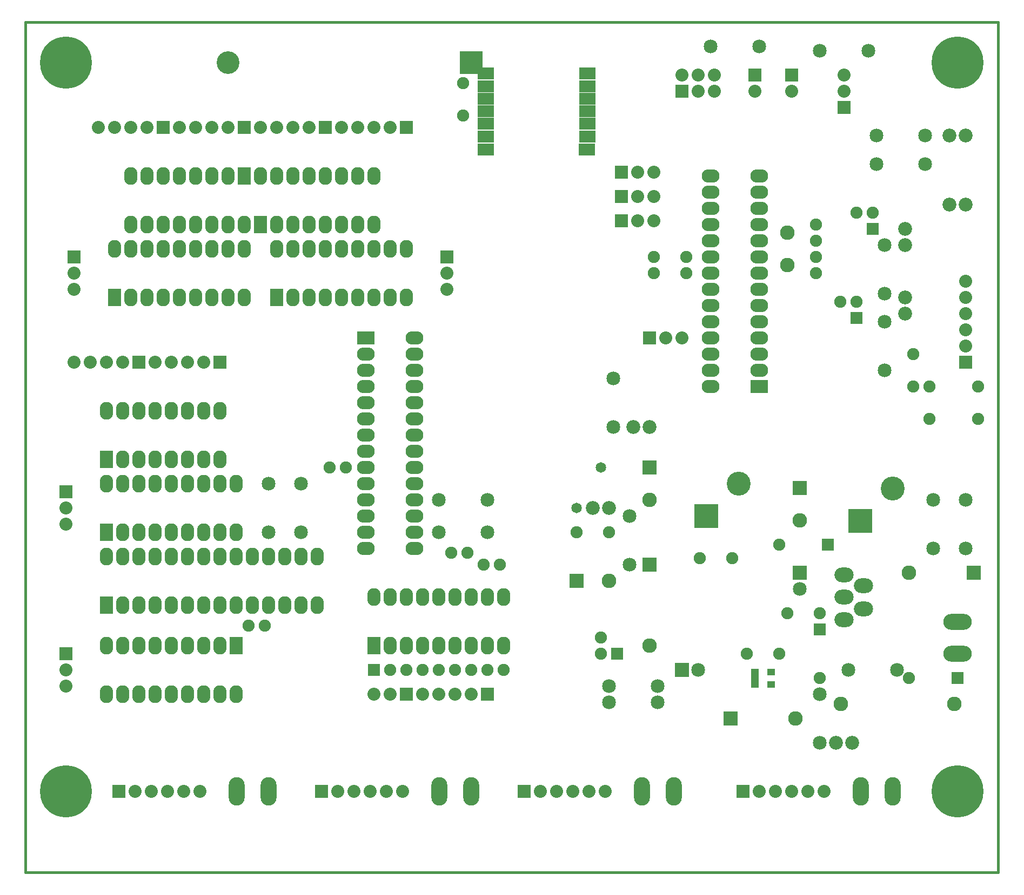
<source format=gts>
G04 (created by PCBNEW-RS274X (2011-05-25)-stable) date Mon 06 Aug 2012 09:01:28 PM MDT*
G01*
G70*
G90*
%MOIN*%
G04 Gerber Fmt 3.4, Leading zero omitted, Abs format*
%FSLAX34Y34*%
G04 APERTURE LIST*
%ADD10C,0.006000*%
%ADD11C,0.015000*%
%ADD12R,0.140000X0.140000*%
%ADD13C,0.140000*%
%ADD14R,0.080000X0.080000*%
%ADD15C,0.080000*%
%ADD16C,0.086000*%
%ADD17O,0.110000X0.082000*%
%ADD18R,0.110000X0.082000*%
%ADD19O,0.082000X0.110000*%
%ADD20R,0.082000X0.110000*%
%ADD21C,0.090000*%
%ADD22R,0.090000X0.090000*%
%ADD23R,0.075000X0.075000*%
%ADD24C,0.075000*%
%ADD25R,0.098700X0.075100*%
%ADD26O,0.176000X0.098000*%
%ADD27R,0.085000X0.085000*%
%ADD28C,0.085000*%
%ADD29R,0.050000X0.040000*%
%ADD30O,0.098000X0.176000*%
%ADD31O,0.118400X0.090900*%
%ADD32C,0.320000*%
%ADD33R,0.147600X0.147600*%
%ADD34C,0.147600*%
%ADD35C,0.065000*%
G04 APERTURE END LIST*
G54D10*
G54D11*
X28250Y-64750D02*
X28250Y-62500D01*
X88250Y-64750D02*
X88250Y-62500D01*
X88250Y-61250D02*
X88250Y-62500D01*
X28250Y-62500D02*
X28250Y-60750D01*
X28250Y-12250D02*
X28250Y-62250D01*
X88250Y-12250D02*
X28250Y-12250D01*
X88250Y-62250D02*
X88250Y-12250D01*
X28250Y-64750D02*
X88250Y-64750D01*
G54D12*
X55750Y-14750D03*
G54D13*
X40750Y-14750D03*
G54D14*
X65000Y-23000D03*
G54D15*
X66000Y-23000D03*
X67000Y-23000D03*
G54D14*
X65000Y-24500D03*
G54D15*
X66000Y-24500D03*
X67000Y-24500D03*
G54D14*
X65000Y-21500D03*
G54D15*
X66000Y-21500D03*
X67000Y-21500D03*
G54D14*
X34000Y-59750D03*
G54D15*
X35000Y-59750D03*
X36000Y-59750D03*
X37000Y-59750D03*
X38000Y-59750D03*
X39000Y-59750D03*
G54D14*
X46500Y-59750D03*
G54D15*
X47500Y-59750D03*
X48500Y-59750D03*
X49500Y-59750D03*
X50500Y-59750D03*
X51500Y-59750D03*
G54D16*
X85250Y-19250D03*
X86250Y-19250D03*
X86250Y-23500D03*
X85250Y-23500D03*
G54D17*
X49250Y-32750D03*
X49250Y-33750D03*
X49250Y-34750D03*
X49250Y-35750D03*
X49250Y-36750D03*
X49250Y-37750D03*
X49250Y-38750D03*
X49250Y-39750D03*
X49250Y-40750D03*
X49250Y-41750D03*
X49250Y-42750D03*
X49250Y-43750D03*
X49250Y-44750D03*
G54D18*
X49250Y-31750D03*
G54D17*
X52250Y-44750D03*
X52250Y-43750D03*
X52250Y-42750D03*
X52250Y-41750D03*
X52250Y-40750D03*
X52250Y-39750D03*
X52250Y-38750D03*
X52250Y-37750D03*
X52250Y-36750D03*
X52250Y-35750D03*
X52250Y-34750D03*
X52250Y-33750D03*
X52250Y-32750D03*
X52250Y-31750D03*
G54D19*
X34250Y-48250D03*
X35250Y-48250D03*
X36250Y-48250D03*
X37250Y-48250D03*
X38250Y-48250D03*
X39250Y-48250D03*
X40250Y-48250D03*
X41250Y-48250D03*
X42250Y-48250D03*
X43250Y-48250D03*
X44250Y-48250D03*
X45250Y-48250D03*
X46250Y-48250D03*
G54D20*
X33250Y-48250D03*
G54D19*
X46250Y-45250D03*
X45250Y-45250D03*
X44250Y-45250D03*
X43250Y-45250D03*
X42250Y-45250D03*
X41250Y-45250D03*
X40250Y-45250D03*
X39250Y-45250D03*
X38250Y-45250D03*
X37250Y-45250D03*
X36250Y-45250D03*
X35250Y-45250D03*
X34250Y-45250D03*
X33250Y-45250D03*
G54D20*
X49750Y-50750D03*
G54D19*
X50750Y-50750D03*
X51750Y-50750D03*
X52750Y-50750D03*
X53750Y-50750D03*
X54750Y-50750D03*
X55750Y-50750D03*
X56750Y-50750D03*
X57750Y-50750D03*
X57750Y-47750D03*
X56750Y-47750D03*
X55750Y-47750D03*
X54750Y-47750D03*
X53750Y-47750D03*
X52750Y-47750D03*
X51750Y-47750D03*
X50750Y-47750D03*
X49750Y-47750D03*
G54D21*
X82750Y-46250D03*
G54D22*
X86750Y-46250D03*
G54D23*
X85750Y-52750D03*
G54D24*
X82750Y-52750D03*
X69000Y-26750D03*
X67000Y-26750D03*
X74750Y-51250D03*
X72750Y-51250D03*
X55250Y-18000D03*
X55250Y-16000D03*
X77000Y-26750D03*
X77000Y-27750D03*
X69850Y-45350D03*
X71850Y-45350D03*
X77000Y-25750D03*
X77000Y-24750D03*
G54D14*
X59000Y-59750D03*
G54D15*
X60000Y-59750D03*
X61000Y-59750D03*
X62000Y-59750D03*
X63000Y-59750D03*
X64000Y-59750D03*
G54D22*
X66750Y-39750D03*
G54D21*
X66750Y-41750D03*
G54D24*
X83000Y-34750D03*
X83000Y-32750D03*
G54D21*
X66750Y-50750D03*
G54D22*
X66750Y-45750D03*
G54D21*
X75750Y-55250D03*
G54D22*
X71750Y-55250D03*
G54D23*
X77250Y-49750D03*
G54D24*
X77250Y-52750D03*
G54D23*
X77750Y-44500D03*
G54D24*
X74750Y-44500D03*
G54D14*
X72500Y-59750D03*
G54D15*
X73500Y-59750D03*
X74500Y-59750D03*
X75500Y-59750D03*
X76500Y-59750D03*
X77500Y-59750D03*
G54D25*
X62880Y-20093D03*
X62891Y-19305D03*
X62891Y-18518D03*
X62891Y-17750D03*
X62891Y-16982D03*
X62891Y-16195D03*
X62891Y-15407D03*
X56631Y-15407D03*
X56631Y-16195D03*
X56631Y-16982D03*
X56631Y-17750D03*
X56631Y-18518D03*
X56631Y-19305D03*
X56631Y-20093D03*
G54D17*
X73500Y-33750D03*
X73500Y-32750D03*
X73500Y-31750D03*
X73500Y-30750D03*
X73500Y-29750D03*
X73500Y-28750D03*
X73500Y-27750D03*
X73500Y-26750D03*
X73500Y-25750D03*
X73500Y-24750D03*
X73500Y-23750D03*
X73500Y-22750D03*
X73500Y-21750D03*
G54D18*
X73500Y-34750D03*
G54D17*
X70500Y-21750D03*
X70500Y-22750D03*
X70500Y-23750D03*
X70500Y-24750D03*
X70500Y-25750D03*
X70500Y-26750D03*
X70500Y-27750D03*
X70500Y-28750D03*
X70500Y-29750D03*
X70500Y-30750D03*
X70500Y-31750D03*
X70500Y-32750D03*
X70500Y-33750D03*
X70500Y-34750D03*
G54D14*
X68750Y-16500D03*
G54D15*
X68750Y-15500D03*
X69750Y-16500D03*
X69750Y-15500D03*
X70750Y-16500D03*
X70750Y-15500D03*
G54D24*
X87000Y-34750D03*
X87000Y-36750D03*
X84000Y-34750D03*
X84000Y-36750D03*
G54D26*
X85750Y-51240D03*
X85750Y-49270D03*
G54D27*
X68750Y-52250D03*
G54D28*
X69750Y-52250D03*
G54D22*
X62250Y-46750D03*
G54D21*
X64250Y-46750D03*
G54D24*
X64250Y-43750D03*
X62250Y-43750D03*
G54D22*
X76000Y-41000D03*
G54D21*
X76000Y-43000D03*
G54D27*
X76000Y-46250D03*
G54D28*
X76000Y-47250D03*
G54D24*
X75250Y-48750D03*
X77250Y-48750D03*
X67000Y-27750D03*
X69000Y-27750D03*
G54D28*
X67250Y-54250D03*
X64250Y-54250D03*
X64250Y-53250D03*
X67250Y-53250D03*
X86250Y-41750D03*
X86250Y-44750D03*
X84250Y-44750D03*
X84250Y-41750D03*
X45250Y-43750D03*
X45250Y-40750D03*
X70500Y-13750D03*
X73500Y-13750D03*
G54D23*
X64750Y-51250D03*
G54D24*
X63750Y-51250D03*
X63750Y-50250D03*
G54D29*
X73250Y-52375D03*
X73250Y-53125D03*
X74250Y-52375D03*
X73250Y-52750D03*
X74250Y-53125D03*
G54D21*
X75250Y-25250D03*
X75250Y-27250D03*
G54D20*
X43750Y-29250D03*
G54D19*
X44750Y-29250D03*
X45750Y-29250D03*
X46750Y-29250D03*
X47750Y-29250D03*
X48750Y-29250D03*
X49750Y-29250D03*
X50750Y-29250D03*
X51750Y-29250D03*
X51750Y-26250D03*
X50750Y-26250D03*
X49750Y-26250D03*
X48750Y-26250D03*
X47750Y-26250D03*
X46750Y-26250D03*
X45750Y-26250D03*
X44750Y-26250D03*
X43750Y-26250D03*
G54D20*
X33750Y-29250D03*
G54D19*
X34750Y-29250D03*
X35750Y-29250D03*
X36750Y-29250D03*
X37750Y-29250D03*
X38750Y-29250D03*
X39750Y-29250D03*
X40750Y-29250D03*
X41750Y-29250D03*
X41750Y-26250D03*
X40750Y-26250D03*
X39750Y-26250D03*
X38750Y-26250D03*
X37750Y-26250D03*
X36750Y-26250D03*
X35750Y-26250D03*
X34750Y-26250D03*
X33750Y-26250D03*
G54D20*
X33250Y-43750D03*
G54D19*
X34250Y-43750D03*
X35250Y-43750D03*
X36250Y-43750D03*
X37250Y-43750D03*
X38250Y-43750D03*
X39250Y-43750D03*
X40250Y-43750D03*
X41250Y-43750D03*
X41250Y-40750D03*
X40250Y-40750D03*
X39250Y-40750D03*
X38250Y-40750D03*
X37250Y-40750D03*
X36250Y-40750D03*
X35250Y-40750D03*
X34250Y-40750D03*
X33250Y-40750D03*
G54D20*
X41250Y-50750D03*
G54D19*
X40250Y-50750D03*
X39250Y-50750D03*
X38250Y-50750D03*
X37250Y-50750D03*
X36250Y-50750D03*
X35250Y-50750D03*
X34250Y-50750D03*
X33250Y-50750D03*
X33250Y-53750D03*
X34250Y-53750D03*
X35250Y-53750D03*
X36250Y-53750D03*
X37250Y-53750D03*
X38250Y-53750D03*
X39250Y-53750D03*
X40250Y-53750D03*
X41250Y-53750D03*
G54D28*
X83750Y-21000D03*
X80750Y-21000D03*
X83750Y-19250D03*
X80750Y-19250D03*
X53750Y-43750D03*
X56750Y-43750D03*
G54D30*
X41270Y-59750D03*
X43240Y-59750D03*
X79760Y-59750D03*
X81730Y-59750D03*
X53760Y-59750D03*
X55730Y-59750D03*
X66260Y-59750D03*
X68230Y-59750D03*
G54D20*
X41750Y-21750D03*
G54D19*
X40750Y-21750D03*
X39750Y-21750D03*
X38750Y-21750D03*
X37750Y-21750D03*
X36750Y-21750D03*
X35750Y-21750D03*
X34750Y-21750D03*
X34750Y-24750D03*
X35750Y-24750D03*
X36750Y-24750D03*
X37750Y-24750D03*
X38750Y-24750D03*
X39750Y-24750D03*
X40750Y-24750D03*
X41750Y-24750D03*
G54D20*
X42750Y-24750D03*
G54D19*
X43750Y-24750D03*
X44750Y-24750D03*
X45750Y-24750D03*
X46750Y-24750D03*
X47750Y-24750D03*
X48750Y-24750D03*
X49750Y-24750D03*
X49750Y-21750D03*
X48750Y-21750D03*
X47750Y-21750D03*
X46750Y-21750D03*
X45750Y-21750D03*
X44750Y-21750D03*
X43750Y-21750D03*
X42750Y-21750D03*
G54D14*
X86250Y-33250D03*
G54D15*
X86250Y-32250D03*
X86250Y-31250D03*
X86250Y-30250D03*
X86250Y-29250D03*
X86250Y-28250D03*
G54D31*
X78754Y-47750D03*
X78754Y-46372D03*
X78754Y-49128D03*
X79935Y-48459D03*
X79935Y-47041D03*
G54D32*
X30750Y-14750D03*
X85750Y-14750D03*
X30750Y-59750D03*
X85750Y-59750D03*
G54D23*
X49750Y-52250D03*
G54D24*
X50750Y-52250D03*
X51750Y-52250D03*
X52750Y-52250D03*
X53750Y-52250D03*
X54750Y-52250D03*
X55750Y-52250D03*
X56750Y-52250D03*
X57750Y-52250D03*
G54D28*
X81250Y-29000D03*
X81250Y-26000D03*
X81250Y-30750D03*
X81250Y-33750D03*
X53750Y-41750D03*
X56750Y-41750D03*
X43250Y-43750D03*
X43250Y-40750D03*
G54D14*
X51750Y-53750D03*
G54D15*
X50750Y-53750D03*
X49750Y-53750D03*
G54D14*
X54250Y-26750D03*
G54D15*
X54250Y-27750D03*
X54250Y-28750D03*
G54D14*
X31250Y-26750D03*
G54D15*
X31250Y-27750D03*
X31250Y-28750D03*
G54D14*
X30750Y-41250D03*
G54D15*
X30750Y-42250D03*
X30750Y-43250D03*
G54D14*
X30750Y-51250D03*
G54D15*
X30750Y-52250D03*
X30750Y-53250D03*
G54D16*
X82500Y-30250D03*
X82500Y-29250D03*
X82500Y-26000D03*
X82500Y-25000D03*
G54D20*
X33250Y-39250D03*
G54D19*
X34250Y-39250D03*
X35250Y-39250D03*
X36250Y-39250D03*
X37250Y-39250D03*
X38250Y-39250D03*
X39250Y-39250D03*
X40250Y-39250D03*
X40250Y-36250D03*
X39250Y-36250D03*
X38250Y-36250D03*
X37250Y-36250D03*
X36250Y-36250D03*
X35250Y-36250D03*
X34250Y-36250D03*
X33250Y-36250D03*
G54D14*
X41750Y-18750D03*
G54D15*
X40750Y-18750D03*
X39750Y-18750D03*
X38750Y-18750D03*
X37750Y-18750D03*
G54D14*
X51750Y-18750D03*
G54D15*
X50750Y-18750D03*
X49750Y-18750D03*
X48750Y-18750D03*
X47750Y-18750D03*
G54D14*
X56750Y-53750D03*
G54D15*
X55750Y-53750D03*
X54750Y-53750D03*
X53750Y-53750D03*
X52750Y-53750D03*
G54D14*
X40250Y-33250D03*
G54D15*
X39250Y-33250D03*
X38250Y-33250D03*
X37250Y-33250D03*
X36250Y-33250D03*
G54D23*
X79500Y-30500D03*
G54D24*
X79500Y-29500D03*
X78500Y-29500D03*
G54D23*
X80500Y-25000D03*
G54D24*
X80500Y-24000D03*
X79500Y-24000D03*
G54D14*
X75500Y-15500D03*
G54D15*
X75500Y-16500D03*
G54D14*
X73250Y-15500D03*
G54D15*
X73250Y-16500D03*
G54D14*
X36750Y-18750D03*
G54D15*
X35750Y-18750D03*
X34750Y-18750D03*
X33750Y-18750D03*
X32750Y-18750D03*
G54D14*
X46750Y-18750D03*
G54D15*
X45750Y-18750D03*
X44750Y-18750D03*
X43750Y-18750D03*
X42750Y-18750D03*
G54D14*
X35250Y-33250D03*
G54D15*
X34250Y-33250D03*
X33250Y-33250D03*
X32250Y-33250D03*
X31250Y-33250D03*
G54D28*
X77250Y-14000D03*
X80250Y-14000D03*
G54D14*
X66750Y-31750D03*
G54D15*
X67750Y-31750D03*
X68750Y-31750D03*
G54D14*
X78750Y-17500D03*
G54D15*
X78750Y-16500D03*
X78750Y-15500D03*
G54D21*
X78550Y-54350D03*
X85550Y-54350D03*
G54D33*
X70250Y-42750D03*
G54D34*
X72250Y-40750D03*
G54D33*
X79750Y-43050D03*
G54D34*
X81750Y-41050D03*
G54D24*
X42000Y-49500D03*
X43000Y-49500D03*
X48000Y-39750D03*
X47000Y-39750D03*
X54500Y-45000D03*
X55500Y-45000D03*
X56500Y-45750D03*
X57500Y-45750D03*
G54D28*
X79000Y-52250D03*
X82000Y-52250D03*
G54D35*
X63750Y-39750D03*
X62250Y-42250D03*
G54D16*
X66750Y-37250D03*
X65750Y-37250D03*
X78250Y-56750D03*
X79250Y-56750D03*
X63250Y-42250D03*
X64250Y-42250D03*
G54D28*
X65500Y-45750D03*
X65500Y-42750D03*
X64500Y-34250D03*
X64500Y-37250D03*
X77250Y-53750D03*
X77250Y-56750D03*
M02*

</source>
